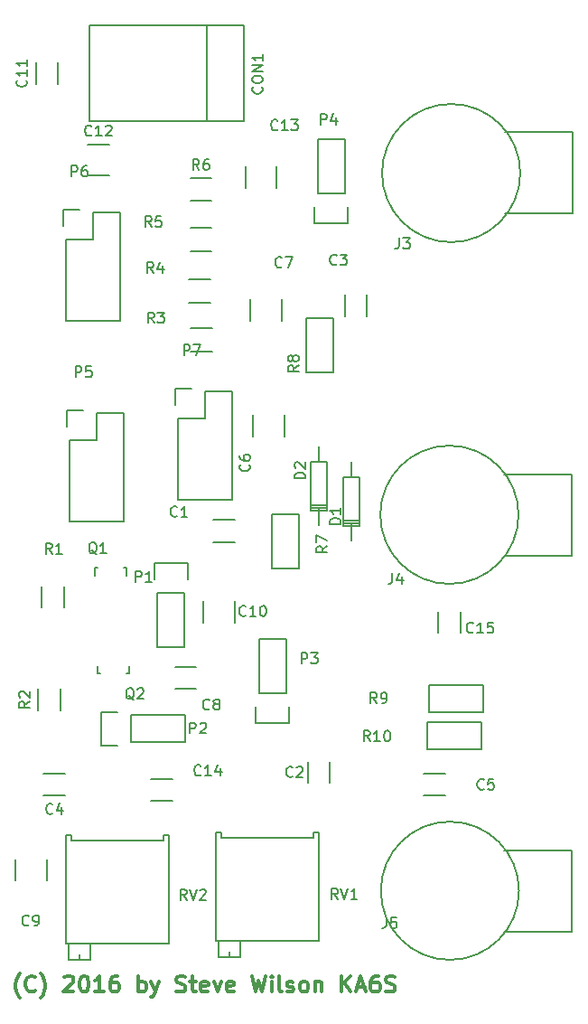
<source format=gbr>
G04 #@! TF.FileFunction,Legend,Top*
%FSLAX46Y46*%
G04 Gerber Fmt 4.6, Leading zero omitted, Abs format (unit mm)*
G04 Created by KiCad (PCBNEW 4.0.1-3.201512221401+6198~38~ubuntu15.10.1-stable) date Sat 12 Nov 2016 04:44:46 AM PST*
%MOMM*%
G01*
G04 APERTURE LIST*
%ADD10C,0.100000*%
%ADD11C,0.300000*%
%ADD12C,0.150000*%
G04 APERTURE END LIST*
D10*
D11*
X105173573Y-173340000D02*
X105102145Y-173268571D01*
X104959288Y-173054286D01*
X104887859Y-172911429D01*
X104816430Y-172697143D01*
X104745002Y-172340000D01*
X104745002Y-172054286D01*
X104816430Y-171697143D01*
X104887859Y-171482857D01*
X104959288Y-171340000D01*
X105102145Y-171125714D01*
X105173573Y-171054286D01*
X106602145Y-172625714D02*
X106530716Y-172697143D01*
X106316430Y-172768571D01*
X106173573Y-172768571D01*
X105959288Y-172697143D01*
X105816430Y-172554286D01*
X105745002Y-172411429D01*
X105673573Y-172125714D01*
X105673573Y-171911429D01*
X105745002Y-171625714D01*
X105816430Y-171482857D01*
X105959288Y-171340000D01*
X106173573Y-171268571D01*
X106316430Y-171268571D01*
X106530716Y-171340000D01*
X106602145Y-171411429D01*
X107102145Y-173340000D02*
X107173573Y-173268571D01*
X107316430Y-173054286D01*
X107387859Y-172911429D01*
X107459288Y-172697143D01*
X107530716Y-172340000D01*
X107530716Y-172054286D01*
X107459288Y-171697143D01*
X107387859Y-171482857D01*
X107316430Y-171340000D01*
X107173573Y-171125714D01*
X107102145Y-171054286D01*
X109316430Y-171411429D02*
X109387859Y-171340000D01*
X109530716Y-171268571D01*
X109887859Y-171268571D01*
X110030716Y-171340000D01*
X110102145Y-171411429D01*
X110173573Y-171554286D01*
X110173573Y-171697143D01*
X110102145Y-171911429D01*
X109245002Y-172768571D01*
X110173573Y-172768571D01*
X111102144Y-171268571D02*
X111245001Y-171268571D01*
X111387858Y-171340000D01*
X111459287Y-171411429D01*
X111530716Y-171554286D01*
X111602144Y-171840000D01*
X111602144Y-172197143D01*
X111530716Y-172482857D01*
X111459287Y-172625714D01*
X111387858Y-172697143D01*
X111245001Y-172768571D01*
X111102144Y-172768571D01*
X110959287Y-172697143D01*
X110887858Y-172625714D01*
X110816430Y-172482857D01*
X110745001Y-172197143D01*
X110745001Y-171840000D01*
X110816430Y-171554286D01*
X110887858Y-171411429D01*
X110959287Y-171340000D01*
X111102144Y-171268571D01*
X113030715Y-172768571D02*
X112173572Y-172768571D01*
X112602144Y-172768571D02*
X112602144Y-171268571D01*
X112459287Y-171482857D01*
X112316429Y-171625714D01*
X112173572Y-171697143D01*
X114316429Y-171268571D02*
X114030715Y-171268571D01*
X113887858Y-171340000D01*
X113816429Y-171411429D01*
X113673572Y-171625714D01*
X113602143Y-171911429D01*
X113602143Y-172482857D01*
X113673572Y-172625714D01*
X113745000Y-172697143D01*
X113887858Y-172768571D01*
X114173572Y-172768571D01*
X114316429Y-172697143D01*
X114387858Y-172625714D01*
X114459286Y-172482857D01*
X114459286Y-172125714D01*
X114387858Y-171982857D01*
X114316429Y-171911429D01*
X114173572Y-171840000D01*
X113887858Y-171840000D01*
X113745000Y-171911429D01*
X113673572Y-171982857D01*
X113602143Y-172125714D01*
X116245000Y-172768571D02*
X116245000Y-171268571D01*
X116245000Y-171840000D02*
X116387857Y-171768571D01*
X116673571Y-171768571D01*
X116816428Y-171840000D01*
X116887857Y-171911429D01*
X116959286Y-172054286D01*
X116959286Y-172482857D01*
X116887857Y-172625714D01*
X116816428Y-172697143D01*
X116673571Y-172768571D01*
X116387857Y-172768571D01*
X116245000Y-172697143D01*
X117459286Y-171768571D02*
X117816429Y-172768571D01*
X118173571Y-171768571D02*
X117816429Y-172768571D01*
X117673571Y-173125714D01*
X117602143Y-173197143D01*
X117459286Y-173268571D01*
X119816428Y-172697143D02*
X120030714Y-172768571D01*
X120387857Y-172768571D01*
X120530714Y-172697143D01*
X120602143Y-172625714D01*
X120673571Y-172482857D01*
X120673571Y-172340000D01*
X120602143Y-172197143D01*
X120530714Y-172125714D01*
X120387857Y-172054286D01*
X120102143Y-171982857D01*
X119959285Y-171911429D01*
X119887857Y-171840000D01*
X119816428Y-171697143D01*
X119816428Y-171554286D01*
X119887857Y-171411429D01*
X119959285Y-171340000D01*
X120102143Y-171268571D01*
X120459285Y-171268571D01*
X120673571Y-171340000D01*
X121102142Y-171768571D02*
X121673571Y-171768571D01*
X121316428Y-171268571D02*
X121316428Y-172554286D01*
X121387856Y-172697143D01*
X121530714Y-172768571D01*
X121673571Y-172768571D01*
X122744999Y-172697143D02*
X122602142Y-172768571D01*
X122316428Y-172768571D01*
X122173571Y-172697143D01*
X122102142Y-172554286D01*
X122102142Y-171982857D01*
X122173571Y-171840000D01*
X122316428Y-171768571D01*
X122602142Y-171768571D01*
X122744999Y-171840000D01*
X122816428Y-171982857D01*
X122816428Y-172125714D01*
X122102142Y-172268571D01*
X123316428Y-171768571D02*
X123673571Y-172768571D01*
X124030713Y-171768571D01*
X125173570Y-172697143D02*
X125030713Y-172768571D01*
X124744999Y-172768571D01*
X124602142Y-172697143D01*
X124530713Y-172554286D01*
X124530713Y-171982857D01*
X124602142Y-171840000D01*
X124744999Y-171768571D01*
X125030713Y-171768571D01*
X125173570Y-171840000D01*
X125244999Y-171982857D01*
X125244999Y-172125714D01*
X124530713Y-172268571D01*
X126887856Y-171268571D02*
X127244999Y-172768571D01*
X127530713Y-171697143D01*
X127816427Y-172768571D01*
X128173570Y-171268571D01*
X128744999Y-172768571D02*
X128744999Y-171768571D01*
X128744999Y-171268571D02*
X128673570Y-171340000D01*
X128744999Y-171411429D01*
X128816427Y-171340000D01*
X128744999Y-171268571D01*
X128744999Y-171411429D01*
X129673571Y-172768571D02*
X129530713Y-172697143D01*
X129459285Y-172554286D01*
X129459285Y-171268571D01*
X130173570Y-172697143D02*
X130316427Y-172768571D01*
X130602142Y-172768571D01*
X130744999Y-172697143D01*
X130816427Y-172554286D01*
X130816427Y-172482857D01*
X130744999Y-172340000D01*
X130602142Y-172268571D01*
X130387856Y-172268571D01*
X130244999Y-172197143D01*
X130173570Y-172054286D01*
X130173570Y-171982857D01*
X130244999Y-171840000D01*
X130387856Y-171768571D01*
X130602142Y-171768571D01*
X130744999Y-171840000D01*
X131673571Y-172768571D02*
X131530713Y-172697143D01*
X131459285Y-172625714D01*
X131387856Y-172482857D01*
X131387856Y-172054286D01*
X131459285Y-171911429D01*
X131530713Y-171840000D01*
X131673571Y-171768571D01*
X131887856Y-171768571D01*
X132030713Y-171840000D01*
X132102142Y-171911429D01*
X132173571Y-172054286D01*
X132173571Y-172482857D01*
X132102142Y-172625714D01*
X132030713Y-172697143D01*
X131887856Y-172768571D01*
X131673571Y-172768571D01*
X132816428Y-171768571D02*
X132816428Y-172768571D01*
X132816428Y-171911429D02*
X132887856Y-171840000D01*
X133030714Y-171768571D01*
X133244999Y-171768571D01*
X133387856Y-171840000D01*
X133459285Y-171982857D01*
X133459285Y-172768571D01*
X135316428Y-172768571D02*
X135316428Y-171268571D01*
X136173571Y-172768571D02*
X135530714Y-171911429D01*
X136173571Y-171268571D02*
X135316428Y-172125714D01*
X136744999Y-172340000D02*
X137459285Y-172340000D01*
X136602142Y-172768571D02*
X137102142Y-171268571D01*
X137602142Y-172768571D01*
X138744999Y-171268571D02*
X138459285Y-171268571D01*
X138316428Y-171340000D01*
X138244999Y-171411429D01*
X138102142Y-171625714D01*
X138030713Y-171911429D01*
X138030713Y-172482857D01*
X138102142Y-172625714D01*
X138173570Y-172697143D01*
X138316428Y-172768571D01*
X138602142Y-172768571D01*
X138744999Y-172697143D01*
X138816428Y-172625714D01*
X138887856Y-172482857D01*
X138887856Y-172125714D01*
X138816428Y-171982857D01*
X138744999Y-171911429D01*
X138602142Y-171840000D01*
X138316428Y-171840000D01*
X138173570Y-171911429D01*
X138102142Y-171982857D01*
X138030713Y-172125714D01*
X139459284Y-172697143D02*
X139673570Y-172768571D01*
X140030713Y-172768571D01*
X140173570Y-172697143D01*
X140244999Y-172625714D01*
X140316427Y-172482857D01*
X140316427Y-172340000D01*
X140244999Y-172197143D01*
X140173570Y-172125714D01*
X140030713Y-172054286D01*
X139744999Y-171982857D01*
X139602141Y-171911429D01*
X139530713Y-171840000D01*
X139459284Y-171697143D01*
X139459284Y-171554286D01*
X139530713Y-171411429D01*
X139602141Y-171340000D01*
X139744999Y-171268571D01*
X140102141Y-171268571D01*
X140316427Y-171340000D01*
D12*
X123270000Y-130620000D02*
X125270000Y-130620000D01*
X125270000Y-128570000D02*
X123270000Y-128570000D01*
X132155000Y-151205000D02*
X132155000Y-153205000D01*
X134205000Y-153205000D02*
X134205000Y-151205000D01*
X135590000Y-107470000D02*
X135590000Y-109470000D01*
X137640000Y-109470000D02*
X137640000Y-107470000D01*
X107385000Y-154385000D02*
X109385000Y-154385000D01*
X109385000Y-152335000D02*
X107385000Y-152335000D01*
X145000000Y-152300000D02*
X143000000Y-152300000D01*
X143000000Y-154350000D02*
X145000000Y-154350000D01*
X122680500Y-91195880D02*
X122680500Y-82194120D01*
X126180620Y-91195880D02*
X126180620Y-82194120D01*
X126180620Y-82194120D02*
X111679760Y-82194120D01*
X111679760Y-82194120D02*
X111679760Y-91195880D01*
X111679760Y-91195880D02*
X126180620Y-91195880D01*
X136250460Y-124549480D02*
X136250460Y-123152480D01*
X136250460Y-128994480D02*
X136250460Y-130518480D01*
X135488460Y-128613480D02*
X137012460Y-128613480D01*
X135488460Y-128867480D02*
X137012460Y-128867480D01*
X136250460Y-129121480D02*
X137012460Y-129121480D01*
X137012460Y-129121480D02*
X137012460Y-124549480D01*
X137012460Y-124549480D02*
X135488460Y-124549480D01*
X135488460Y-124549480D02*
X135488460Y-129121480D01*
X135488460Y-129121480D02*
X136250460Y-129121480D01*
X133165460Y-123109480D02*
X133165460Y-121712480D01*
X133165460Y-127554480D02*
X133165460Y-129078480D01*
X132403460Y-127173480D02*
X133927460Y-127173480D01*
X132403460Y-127427480D02*
X133927460Y-127427480D01*
X133165460Y-127681480D02*
X133927460Y-127681480D01*
X133927460Y-127681480D02*
X133927460Y-123109480D01*
X133927460Y-123109480D02*
X132403460Y-123109480D01*
X132403460Y-123109480D02*
X132403460Y-127681480D01*
X132403460Y-127681480D02*
X133165460Y-127681480D01*
X150650000Y-92250000D02*
X155730000Y-92250000D01*
X155730000Y-92250000D02*
X157000000Y-92250000D01*
X157000000Y-92250000D02*
X157000000Y-99870000D01*
X157000000Y-99870000D02*
X150650000Y-99870000D01*
X152045755Y-96060000D02*
G75*
G03X152045755Y-96060000I-6475755J0D01*
G01*
X150490000Y-124260000D02*
X155570000Y-124260000D01*
X155570000Y-124260000D02*
X156840000Y-124260000D01*
X156840000Y-124260000D02*
X156840000Y-131880000D01*
X156840000Y-131880000D02*
X150490000Y-131880000D01*
X151885755Y-128070000D02*
G75*
G03X151885755Y-128070000I-6475755J0D01*
G01*
X150535000Y-159480000D02*
X155615000Y-159480000D01*
X155615000Y-159480000D02*
X156885000Y-159480000D01*
X156885000Y-159480000D02*
X156885000Y-167100000D01*
X156885000Y-167100000D02*
X150535000Y-167100000D01*
X151930755Y-163290000D02*
G75*
G03X151930755Y-163290000I-6475755J0D01*
G01*
X118055000Y-135430000D02*
X118055000Y-140510000D01*
X118055000Y-140510000D02*
X120595000Y-140510000D01*
X120595000Y-140510000D02*
X120595000Y-135430000D01*
X120875000Y-132610000D02*
X120875000Y-134160000D01*
X120595000Y-135430000D02*
X118055000Y-135430000D01*
X117775000Y-134160000D02*
X117775000Y-132610000D01*
X117775000Y-132610000D02*
X120875000Y-132610000D01*
X115595000Y-149385000D02*
X120675000Y-149385000D01*
X120675000Y-149385000D02*
X120675000Y-146845000D01*
X120675000Y-146845000D02*
X115595000Y-146845000D01*
X112775000Y-146565000D02*
X114325000Y-146565000D01*
X115595000Y-146845000D02*
X115595000Y-149385000D01*
X114325000Y-149665000D02*
X112775000Y-149665000D01*
X112775000Y-149665000D02*
X112775000Y-146565000D01*
X130080000Y-144750000D02*
X130080000Y-139670000D01*
X130080000Y-139670000D02*
X127540000Y-139670000D01*
X127540000Y-139670000D02*
X127540000Y-144750000D01*
X127260000Y-147570000D02*
X127260000Y-146020000D01*
X127540000Y-144750000D02*
X130080000Y-144750000D01*
X130360000Y-146020000D02*
X130360000Y-147570000D01*
X130360000Y-147570000D02*
X127260000Y-147570000D01*
X135595000Y-97970000D02*
X135595000Y-92890000D01*
X135595000Y-92890000D02*
X133055000Y-92890000D01*
X133055000Y-92890000D02*
X133055000Y-97970000D01*
X132775000Y-100790000D02*
X132775000Y-99240000D01*
X133055000Y-97970000D02*
X135595000Y-97970000D01*
X135875000Y-99240000D02*
X135875000Y-100790000D01*
X135875000Y-100790000D02*
X132775000Y-100790000D01*
X109835000Y-121085000D02*
X109835000Y-128705000D01*
X109835000Y-128705000D02*
X114915000Y-128705000D01*
X114915000Y-128705000D02*
X114915000Y-118545000D01*
X114915000Y-118545000D02*
X112375000Y-118545000D01*
X111105000Y-118265000D02*
X109555000Y-118265000D01*
X112375000Y-118545000D02*
X112375000Y-121085000D01*
X112375000Y-121085000D02*
X109835000Y-121085000D01*
X109555000Y-118265000D02*
X109555000Y-119815000D01*
X109455000Y-102300000D02*
X109455000Y-109920000D01*
X109455000Y-109920000D02*
X114535000Y-109920000D01*
X114535000Y-109920000D02*
X114535000Y-99760000D01*
X114535000Y-99760000D02*
X111995000Y-99760000D01*
X110725000Y-99480000D02*
X109175000Y-99480000D01*
X111995000Y-99760000D02*
X111995000Y-102300000D01*
X111995000Y-102300000D02*
X109455000Y-102300000D01*
X109175000Y-99480000D02*
X109175000Y-101030000D01*
X119990000Y-119055000D02*
X119990000Y-126675000D01*
X119990000Y-126675000D02*
X125070000Y-126675000D01*
X125070000Y-126675000D02*
X125070000Y-116515000D01*
X125070000Y-116515000D02*
X122530000Y-116515000D01*
X121260000Y-116235000D02*
X119710000Y-116235000D01*
X122530000Y-116515000D02*
X122530000Y-119055000D01*
X122530000Y-119055000D02*
X119990000Y-119055000D01*
X119710000Y-116235000D02*
X119710000Y-117785000D01*
X114943160Y-133039760D02*
X114894900Y-133039760D01*
X112144180Y-133740800D02*
X112144180Y-133039760D01*
X112144180Y-133039760D02*
X112393100Y-133039760D01*
X114943160Y-133039760D02*
X115143820Y-133039760D01*
X115143820Y-133039760D02*
X115143820Y-133740800D01*
X112600840Y-142906240D02*
X112649100Y-142906240D01*
X115399820Y-142205200D02*
X115399820Y-142906240D01*
X115399820Y-142906240D02*
X115150900Y-142906240D01*
X112600840Y-142906240D02*
X112400180Y-142906240D01*
X112400180Y-142906240D02*
X112400180Y-142205200D01*
X107180000Y-136780000D02*
X107180000Y-134780000D01*
X109330000Y-134780000D02*
X109330000Y-136780000D01*
X108995000Y-144385000D02*
X108995000Y-146385000D01*
X106845000Y-146385000D02*
X106845000Y-144385000D01*
X123180000Y-112770000D02*
X121180000Y-112770000D01*
X121180000Y-110620000D02*
X123180000Y-110620000D01*
X122990000Y-108200000D02*
X120990000Y-108200000D01*
X120990000Y-106050000D02*
X122990000Y-106050000D01*
X123115000Y-103375000D02*
X121115000Y-103375000D01*
X121115000Y-101225000D02*
X123115000Y-101225000D01*
X123115000Y-98680000D02*
X121115000Y-98680000D01*
X121115000Y-96530000D02*
X123115000Y-96530000D01*
X131265000Y-128055000D02*
X131265000Y-133135000D01*
X131265000Y-133135000D02*
X128725000Y-133135000D01*
X128725000Y-133135000D02*
X128725000Y-128055000D01*
X128725000Y-128055000D02*
X131265000Y-128055000D01*
X131945000Y-114690000D02*
X131945000Y-109610000D01*
X131945000Y-109610000D02*
X134485000Y-109610000D01*
X134485000Y-109610000D02*
X134485000Y-114690000D01*
X134485000Y-114690000D02*
X131945000Y-114690000D01*
X143520000Y-143985000D02*
X148600000Y-143985000D01*
X148600000Y-143985000D02*
X148600000Y-146525000D01*
X148600000Y-146525000D02*
X143520000Y-146525000D01*
X143520000Y-146525000D02*
X143520000Y-143985000D01*
X143325000Y-147490000D02*
X148405000Y-147490000D01*
X148405000Y-147490000D02*
X148405000Y-150030000D01*
X148405000Y-150030000D02*
X143325000Y-150030000D01*
X143325000Y-150030000D02*
X143325000Y-147490000D01*
X124809000Y-169520000D02*
X124809000Y-169012000D01*
X125825000Y-169520000D02*
X123793000Y-169520000D01*
X125825000Y-167996000D02*
X125825000Y-169520000D01*
X123793000Y-167996000D02*
X123793000Y-169520000D01*
X123539000Y-157836000D02*
X123539000Y-167996000D01*
X133191000Y-167996000D02*
X133191000Y-157836000D01*
X133191000Y-157836000D02*
X132683000Y-157836000D01*
X132683000Y-157836000D02*
X132683000Y-158344000D01*
X132683000Y-158344000D02*
X124047000Y-158344000D01*
X124047000Y-158344000D02*
X124047000Y-157836000D01*
X124047000Y-157836000D02*
X123539000Y-157836000D01*
X133191000Y-167996000D02*
X123539000Y-167996000D01*
X110749000Y-169785000D02*
X110749000Y-169277000D01*
X111765000Y-169785000D02*
X109733000Y-169785000D01*
X111765000Y-168261000D02*
X111765000Y-169785000D01*
X109733000Y-168261000D02*
X109733000Y-169785000D01*
X109479000Y-158101000D02*
X109479000Y-168261000D01*
X119131000Y-168261000D02*
X119131000Y-158101000D01*
X119131000Y-158101000D02*
X118623000Y-158101000D01*
X118623000Y-158101000D02*
X118623000Y-158609000D01*
X118623000Y-158609000D02*
X109987000Y-158609000D01*
X109987000Y-158609000D02*
X109987000Y-158101000D01*
X109987000Y-158101000D02*
X109479000Y-158101000D01*
X119131000Y-168261000D02*
X109479000Y-168261000D01*
X146435000Y-139135000D02*
X146435000Y-137135000D01*
X144385000Y-137135000D02*
X144385000Y-139135000D01*
X127015000Y-118735000D02*
X127015000Y-120735000D01*
X129965000Y-120735000D02*
X129965000Y-118735000D01*
X126720000Y-107875000D02*
X126720000Y-109875000D01*
X129670000Y-109875000D02*
X129670000Y-107875000D01*
X121675000Y-142330000D02*
X119675000Y-142330000D01*
X119675000Y-144380000D02*
X121675000Y-144380000D01*
X104705000Y-160350000D02*
X104705000Y-162350000D01*
X107655000Y-162350000D02*
X107655000Y-160350000D01*
X122355000Y-136160000D02*
X122355000Y-138160000D01*
X125305000Y-138160000D02*
X125305000Y-136160000D01*
X106640000Y-85715000D02*
X106640000Y-87715000D01*
X108690000Y-87715000D02*
X108690000Y-85715000D01*
X113510000Y-93355000D02*
X111510000Y-93355000D01*
X111510000Y-96305000D02*
X113510000Y-96305000D01*
X126275000Y-95465000D02*
X126275000Y-97465000D01*
X129225000Y-97465000D02*
X129225000Y-95465000D01*
X119415000Y-152800000D02*
X117415000Y-152800000D01*
X117415000Y-154850000D02*
X119415000Y-154850000D01*
X119893334Y-128177143D02*
X119845715Y-128224762D01*
X119702858Y-128272381D01*
X119607620Y-128272381D01*
X119464762Y-128224762D01*
X119369524Y-128129524D01*
X119321905Y-128034286D01*
X119274286Y-127843810D01*
X119274286Y-127700952D01*
X119321905Y-127510476D01*
X119369524Y-127415238D01*
X119464762Y-127320000D01*
X119607620Y-127272381D01*
X119702858Y-127272381D01*
X119845715Y-127320000D01*
X119893334Y-127367619D01*
X120845715Y-128272381D02*
X120274286Y-128272381D01*
X120560000Y-128272381D02*
X120560000Y-127272381D01*
X120464762Y-127415238D01*
X120369524Y-127510476D01*
X120274286Y-127558095D01*
X130713334Y-152562143D02*
X130665715Y-152609762D01*
X130522858Y-152657381D01*
X130427620Y-152657381D01*
X130284762Y-152609762D01*
X130189524Y-152514524D01*
X130141905Y-152419286D01*
X130094286Y-152228810D01*
X130094286Y-152085952D01*
X130141905Y-151895476D01*
X130189524Y-151800238D01*
X130284762Y-151705000D01*
X130427620Y-151657381D01*
X130522858Y-151657381D01*
X130665715Y-151705000D01*
X130713334Y-151752619D01*
X131094286Y-151752619D02*
X131141905Y-151705000D01*
X131237143Y-151657381D01*
X131475239Y-151657381D01*
X131570477Y-151705000D01*
X131618096Y-151752619D01*
X131665715Y-151847857D01*
X131665715Y-151943095D01*
X131618096Y-152085952D01*
X131046667Y-152657381D01*
X131665715Y-152657381D01*
X134838334Y-104597143D02*
X134790715Y-104644762D01*
X134647858Y-104692381D01*
X134552620Y-104692381D01*
X134409762Y-104644762D01*
X134314524Y-104549524D01*
X134266905Y-104454286D01*
X134219286Y-104263810D01*
X134219286Y-104120952D01*
X134266905Y-103930476D01*
X134314524Y-103835238D01*
X134409762Y-103740000D01*
X134552620Y-103692381D01*
X134647858Y-103692381D01*
X134790715Y-103740000D01*
X134838334Y-103787619D01*
X135171667Y-103692381D02*
X135790715Y-103692381D01*
X135457381Y-104073333D01*
X135600239Y-104073333D01*
X135695477Y-104120952D01*
X135743096Y-104168571D01*
X135790715Y-104263810D01*
X135790715Y-104501905D01*
X135743096Y-104597143D01*
X135695477Y-104644762D01*
X135600239Y-104692381D01*
X135314524Y-104692381D01*
X135219286Y-104644762D01*
X135171667Y-104597143D01*
X108218334Y-156017143D02*
X108170715Y-156064762D01*
X108027858Y-156112381D01*
X107932620Y-156112381D01*
X107789762Y-156064762D01*
X107694524Y-155969524D01*
X107646905Y-155874286D01*
X107599286Y-155683810D01*
X107599286Y-155540952D01*
X107646905Y-155350476D01*
X107694524Y-155255238D01*
X107789762Y-155160000D01*
X107932620Y-155112381D01*
X108027858Y-155112381D01*
X108170715Y-155160000D01*
X108218334Y-155207619D01*
X109075477Y-155445714D02*
X109075477Y-156112381D01*
X108837381Y-155064762D02*
X108599286Y-155779048D01*
X109218334Y-155779048D01*
X148643334Y-153727143D02*
X148595715Y-153774762D01*
X148452858Y-153822381D01*
X148357620Y-153822381D01*
X148214762Y-153774762D01*
X148119524Y-153679524D01*
X148071905Y-153584286D01*
X148024286Y-153393810D01*
X148024286Y-153250952D01*
X148071905Y-153060476D01*
X148119524Y-152965238D01*
X148214762Y-152870000D01*
X148357620Y-152822381D01*
X148452858Y-152822381D01*
X148595715Y-152870000D01*
X148643334Y-152917619D01*
X149548096Y-152822381D02*
X149071905Y-152822381D01*
X149024286Y-153298571D01*
X149071905Y-153250952D01*
X149167143Y-153203333D01*
X149405239Y-153203333D01*
X149500477Y-153250952D01*
X149548096Y-153298571D01*
X149595715Y-153393810D01*
X149595715Y-153631905D01*
X149548096Y-153727143D01*
X149500477Y-153774762D01*
X149405239Y-153822381D01*
X149167143Y-153822381D01*
X149071905Y-153774762D01*
X149024286Y-153727143D01*
X127827143Y-87994285D02*
X127874762Y-88041904D01*
X127922381Y-88184761D01*
X127922381Y-88279999D01*
X127874762Y-88422857D01*
X127779524Y-88518095D01*
X127684286Y-88565714D01*
X127493810Y-88613333D01*
X127350952Y-88613333D01*
X127160476Y-88565714D01*
X127065238Y-88518095D01*
X126970000Y-88422857D01*
X126922381Y-88279999D01*
X126922381Y-88184761D01*
X126970000Y-88041904D01*
X127017619Y-87994285D01*
X126922381Y-87375238D02*
X126922381Y-87184761D01*
X126970000Y-87089523D01*
X127065238Y-86994285D01*
X127255714Y-86946666D01*
X127589048Y-86946666D01*
X127779524Y-86994285D01*
X127874762Y-87089523D01*
X127922381Y-87184761D01*
X127922381Y-87375238D01*
X127874762Y-87470476D01*
X127779524Y-87565714D01*
X127589048Y-87613333D01*
X127255714Y-87613333D01*
X127065238Y-87565714D01*
X126970000Y-87470476D01*
X126922381Y-87375238D01*
X127922381Y-86518095D02*
X126922381Y-86518095D01*
X127922381Y-85946666D01*
X126922381Y-85946666D01*
X127922381Y-84946666D02*
X127922381Y-85518095D01*
X127922381Y-85232381D02*
X126922381Y-85232381D01*
X127065238Y-85327619D01*
X127160476Y-85422857D01*
X127208095Y-85518095D01*
X135207381Y-128943095D02*
X134207381Y-128943095D01*
X134207381Y-128705000D01*
X134255000Y-128562142D01*
X134350238Y-128466904D01*
X134445476Y-128419285D01*
X134635952Y-128371666D01*
X134778810Y-128371666D01*
X134969286Y-128419285D01*
X135064524Y-128466904D01*
X135159762Y-128562142D01*
X135207381Y-128705000D01*
X135207381Y-128943095D01*
X135207381Y-127419285D02*
X135207381Y-127990714D01*
X135207381Y-127705000D02*
X134207381Y-127705000D01*
X134350238Y-127800238D01*
X134445476Y-127895476D01*
X134493095Y-127990714D01*
X131882381Y-124658095D02*
X130882381Y-124658095D01*
X130882381Y-124420000D01*
X130930000Y-124277142D01*
X131025238Y-124181904D01*
X131120476Y-124134285D01*
X131310952Y-124086666D01*
X131453810Y-124086666D01*
X131644286Y-124134285D01*
X131739524Y-124181904D01*
X131834762Y-124277142D01*
X131882381Y-124420000D01*
X131882381Y-124658095D01*
X130977619Y-123705714D02*
X130930000Y-123658095D01*
X130882381Y-123562857D01*
X130882381Y-123324761D01*
X130930000Y-123229523D01*
X130977619Y-123181904D01*
X131072857Y-123134285D01*
X131168095Y-123134285D01*
X131310952Y-123181904D01*
X131882381Y-123753333D01*
X131882381Y-123134285D01*
X140701667Y-102152381D02*
X140701667Y-102866667D01*
X140654047Y-103009524D01*
X140558809Y-103104762D01*
X140415952Y-103152381D01*
X140320714Y-103152381D01*
X141082619Y-102152381D02*
X141701667Y-102152381D01*
X141368333Y-102533333D01*
X141511191Y-102533333D01*
X141606429Y-102580952D01*
X141654048Y-102628571D01*
X141701667Y-102723810D01*
X141701667Y-102961905D01*
X141654048Y-103057143D01*
X141606429Y-103104762D01*
X141511191Y-103152381D01*
X141225476Y-103152381D01*
X141130238Y-103104762D01*
X141082619Y-103057143D01*
X140041667Y-133552381D02*
X140041667Y-134266667D01*
X139994047Y-134409524D01*
X139898809Y-134504762D01*
X139755952Y-134552381D01*
X139660714Y-134552381D01*
X140946429Y-133885714D02*
X140946429Y-134552381D01*
X140708333Y-133504762D02*
X140470238Y-134219048D01*
X141089286Y-134219048D01*
X139491667Y-165802381D02*
X139491667Y-166516667D01*
X139444047Y-166659524D01*
X139348809Y-166754762D01*
X139205952Y-166802381D01*
X139110714Y-166802381D01*
X140444048Y-165802381D02*
X139967857Y-165802381D01*
X139920238Y-166278571D01*
X139967857Y-166230952D01*
X140063095Y-166183333D01*
X140301191Y-166183333D01*
X140396429Y-166230952D01*
X140444048Y-166278571D01*
X140491667Y-166373810D01*
X140491667Y-166611905D01*
X140444048Y-166707143D01*
X140396429Y-166754762D01*
X140301191Y-166802381D01*
X140063095Y-166802381D01*
X139967857Y-166754762D01*
X139920238Y-166707143D01*
X115996905Y-134357381D02*
X115996905Y-133357381D01*
X116377858Y-133357381D01*
X116473096Y-133405000D01*
X116520715Y-133452619D01*
X116568334Y-133547857D01*
X116568334Y-133690714D01*
X116520715Y-133785952D01*
X116473096Y-133833571D01*
X116377858Y-133881190D01*
X115996905Y-133881190D01*
X117520715Y-134357381D02*
X116949286Y-134357381D01*
X117235000Y-134357381D02*
X117235000Y-133357381D01*
X117139762Y-133500238D01*
X117044524Y-133595476D01*
X116949286Y-133643095D01*
X121086905Y-148542381D02*
X121086905Y-147542381D01*
X121467858Y-147542381D01*
X121563096Y-147590000D01*
X121610715Y-147637619D01*
X121658334Y-147732857D01*
X121658334Y-147875714D01*
X121610715Y-147970952D01*
X121563096Y-148018571D01*
X121467858Y-148066190D01*
X121086905Y-148066190D01*
X122039286Y-147637619D02*
X122086905Y-147590000D01*
X122182143Y-147542381D01*
X122420239Y-147542381D01*
X122515477Y-147590000D01*
X122563096Y-147637619D01*
X122610715Y-147732857D01*
X122610715Y-147828095D01*
X122563096Y-147970952D01*
X121991667Y-148542381D01*
X122610715Y-148542381D01*
X131521905Y-142017381D02*
X131521905Y-141017381D01*
X131902858Y-141017381D01*
X131998096Y-141065000D01*
X132045715Y-141112619D01*
X132093334Y-141207857D01*
X132093334Y-141350714D01*
X132045715Y-141445952D01*
X131998096Y-141493571D01*
X131902858Y-141541190D01*
X131521905Y-141541190D01*
X132426667Y-141017381D02*
X133045715Y-141017381D01*
X132712381Y-141398333D01*
X132855239Y-141398333D01*
X132950477Y-141445952D01*
X132998096Y-141493571D01*
X133045715Y-141588810D01*
X133045715Y-141826905D01*
X132998096Y-141922143D01*
X132950477Y-141969762D01*
X132855239Y-142017381D01*
X132569524Y-142017381D01*
X132474286Y-141969762D01*
X132426667Y-141922143D01*
X133336905Y-91512381D02*
X133336905Y-90512381D01*
X133717858Y-90512381D01*
X133813096Y-90560000D01*
X133860715Y-90607619D01*
X133908334Y-90702857D01*
X133908334Y-90845714D01*
X133860715Y-90940952D01*
X133813096Y-90988571D01*
X133717858Y-91036190D01*
X133336905Y-91036190D01*
X134765477Y-90845714D02*
X134765477Y-91512381D01*
X134527381Y-90464762D02*
X134289286Y-91179048D01*
X134908334Y-91179048D01*
X110366905Y-115167381D02*
X110366905Y-114167381D01*
X110747858Y-114167381D01*
X110843096Y-114215000D01*
X110890715Y-114262619D01*
X110938334Y-114357857D01*
X110938334Y-114500714D01*
X110890715Y-114595952D01*
X110843096Y-114643571D01*
X110747858Y-114691190D01*
X110366905Y-114691190D01*
X111843096Y-114167381D02*
X111366905Y-114167381D01*
X111319286Y-114643571D01*
X111366905Y-114595952D01*
X111462143Y-114548333D01*
X111700239Y-114548333D01*
X111795477Y-114595952D01*
X111843096Y-114643571D01*
X111890715Y-114738810D01*
X111890715Y-114976905D01*
X111843096Y-115072143D01*
X111795477Y-115119762D01*
X111700239Y-115167381D01*
X111462143Y-115167381D01*
X111366905Y-115119762D01*
X111319286Y-115072143D01*
X109986905Y-96382381D02*
X109986905Y-95382381D01*
X110367858Y-95382381D01*
X110463096Y-95430000D01*
X110510715Y-95477619D01*
X110558334Y-95572857D01*
X110558334Y-95715714D01*
X110510715Y-95810952D01*
X110463096Y-95858571D01*
X110367858Y-95906190D01*
X109986905Y-95906190D01*
X111415477Y-95382381D02*
X111225000Y-95382381D01*
X111129762Y-95430000D01*
X111082143Y-95477619D01*
X110986905Y-95620476D01*
X110939286Y-95810952D01*
X110939286Y-96191905D01*
X110986905Y-96287143D01*
X111034524Y-96334762D01*
X111129762Y-96382381D01*
X111320239Y-96382381D01*
X111415477Y-96334762D01*
X111463096Y-96287143D01*
X111510715Y-96191905D01*
X111510715Y-95953810D01*
X111463096Y-95858571D01*
X111415477Y-95810952D01*
X111320239Y-95763333D01*
X111129762Y-95763333D01*
X111034524Y-95810952D01*
X110986905Y-95858571D01*
X110939286Y-95953810D01*
X120521905Y-113137381D02*
X120521905Y-112137381D01*
X120902858Y-112137381D01*
X120998096Y-112185000D01*
X121045715Y-112232619D01*
X121093334Y-112327857D01*
X121093334Y-112470714D01*
X121045715Y-112565952D01*
X120998096Y-112613571D01*
X120902858Y-112661190D01*
X120521905Y-112661190D01*
X121426667Y-112137381D02*
X122093334Y-112137381D01*
X121664762Y-113137381D01*
X112354762Y-131772619D02*
X112259524Y-131725000D01*
X112164286Y-131629762D01*
X112021429Y-131486905D01*
X111926190Y-131439286D01*
X111830952Y-131439286D01*
X111878571Y-131677381D02*
X111783333Y-131629762D01*
X111688095Y-131534524D01*
X111640476Y-131344048D01*
X111640476Y-131010714D01*
X111688095Y-130820238D01*
X111783333Y-130725000D01*
X111878571Y-130677381D01*
X112069048Y-130677381D01*
X112164286Y-130725000D01*
X112259524Y-130820238D01*
X112307143Y-131010714D01*
X112307143Y-131344048D01*
X112259524Y-131534524D01*
X112164286Y-131629762D01*
X112069048Y-131677381D01*
X111878571Y-131677381D01*
X113259524Y-131677381D02*
X112688095Y-131677381D01*
X112973809Y-131677381D02*
X112973809Y-130677381D01*
X112878571Y-130820238D01*
X112783333Y-130915476D01*
X112688095Y-130963095D01*
X115834762Y-145412619D02*
X115739524Y-145365000D01*
X115644286Y-145269762D01*
X115501429Y-145126905D01*
X115406190Y-145079286D01*
X115310952Y-145079286D01*
X115358571Y-145317381D02*
X115263333Y-145269762D01*
X115168095Y-145174524D01*
X115120476Y-144984048D01*
X115120476Y-144650714D01*
X115168095Y-144460238D01*
X115263333Y-144365000D01*
X115358571Y-144317381D01*
X115549048Y-144317381D01*
X115644286Y-144365000D01*
X115739524Y-144460238D01*
X115787143Y-144650714D01*
X115787143Y-144984048D01*
X115739524Y-145174524D01*
X115644286Y-145269762D01*
X115549048Y-145317381D01*
X115358571Y-145317381D01*
X116168095Y-144412619D02*
X116215714Y-144365000D01*
X116310952Y-144317381D01*
X116549048Y-144317381D01*
X116644286Y-144365000D01*
X116691905Y-144412619D01*
X116739524Y-144507857D01*
X116739524Y-144603095D01*
X116691905Y-144745952D01*
X116120476Y-145317381D01*
X116739524Y-145317381D01*
X108153334Y-131727381D02*
X107820000Y-131251190D01*
X107581905Y-131727381D02*
X107581905Y-130727381D01*
X107962858Y-130727381D01*
X108058096Y-130775000D01*
X108105715Y-130822619D01*
X108153334Y-130917857D01*
X108153334Y-131060714D01*
X108105715Y-131155952D01*
X108058096Y-131203571D01*
X107962858Y-131251190D01*
X107581905Y-131251190D01*
X109105715Y-131727381D02*
X108534286Y-131727381D01*
X108820000Y-131727381D02*
X108820000Y-130727381D01*
X108724762Y-130870238D01*
X108629524Y-130965476D01*
X108534286Y-131013095D01*
X106072381Y-145551666D02*
X105596190Y-145885000D01*
X106072381Y-146123095D02*
X105072381Y-146123095D01*
X105072381Y-145742142D01*
X105120000Y-145646904D01*
X105167619Y-145599285D01*
X105262857Y-145551666D01*
X105405714Y-145551666D01*
X105500952Y-145599285D01*
X105548571Y-145646904D01*
X105596190Y-145742142D01*
X105596190Y-146123095D01*
X105167619Y-145170714D02*
X105120000Y-145123095D01*
X105072381Y-145027857D01*
X105072381Y-144789761D01*
X105120000Y-144694523D01*
X105167619Y-144646904D01*
X105262857Y-144599285D01*
X105358095Y-144599285D01*
X105500952Y-144646904D01*
X106072381Y-145218333D01*
X106072381Y-144599285D01*
X117718334Y-110112381D02*
X117385000Y-109636190D01*
X117146905Y-110112381D02*
X117146905Y-109112381D01*
X117527858Y-109112381D01*
X117623096Y-109160000D01*
X117670715Y-109207619D01*
X117718334Y-109302857D01*
X117718334Y-109445714D01*
X117670715Y-109540952D01*
X117623096Y-109588571D01*
X117527858Y-109636190D01*
X117146905Y-109636190D01*
X118051667Y-109112381D02*
X118670715Y-109112381D01*
X118337381Y-109493333D01*
X118480239Y-109493333D01*
X118575477Y-109540952D01*
X118623096Y-109588571D01*
X118670715Y-109683810D01*
X118670715Y-109921905D01*
X118623096Y-110017143D01*
X118575477Y-110064762D01*
X118480239Y-110112381D01*
X118194524Y-110112381D01*
X118099286Y-110064762D01*
X118051667Y-110017143D01*
X117673334Y-105427381D02*
X117340000Y-104951190D01*
X117101905Y-105427381D02*
X117101905Y-104427381D01*
X117482858Y-104427381D01*
X117578096Y-104475000D01*
X117625715Y-104522619D01*
X117673334Y-104617857D01*
X117673334Y-104760714D01*
X117625715Y-104855952D01*
X117578096Y-104903571D01*
X117482858Y-104951190D01*
X117101905Y-104951190D01*
X118530477Y-104760714D02*
X118530477Y-105427381D01*
X118292381Y-104379762D02*
X118054286Y-105094048D01*
X118673334Y-105094048D01*
X117488334Y-101107381D02*
X117155000Y-100631190D01*
X116916905Y-101107381D02*
X116916905Y-100107381D01*
X117297858Y-100107381D01*
X117393096Y-100155000D01*
X117440715Y-100202619D01*
X117488334Y-100297857D01*
X117488334Y-100440714D01*
X117440715Y-100535952D01*
X117393096Y-100583571D01*
X117297858Y-100631190D01*
X116916905Y-100631190D01*
X118393096Y-100107381D02*
X117916905Y-100107381D01*
X117869286Y-100583571D01*
X117916905Y-100535952D01*
X118012143Y-100488333D01*
X118250239Y-100488333D01*
X118345477Y-100535952D01*
X118393096Y-100583571D01*
X118440715Y-100678810D01*
X118440715Y-100916905D01*
X118393096Y-101012143D01*
X118345477Y-101059762D01*
X118250239Y-101107381D01*
X118012143Y-101107381D01*
X117916905Y-101059762D01*
X117869286Y-101012143D01*
X121948334Y-95757381D02*
X121615000Y-95281190D01*
X121376905Y-95757381D02*
X121376905Y-94757381D01*
X121757858Y-94757381D01*
X121853096Y-94805000D01*
X121900715Y-94852619D01*
X121948334Y-94947857D01*
X121948334Y-95090714D01*
X121900715Y-95185952D01*
X121853096Y-95233571D01*
X121757858Y-95281190D01*
X121376905Y-95281190D01*
X122805477Y-94757381D02*
X122615000Y-94757381D01*
X122519762Y-94805000D01*
X122472143Y-94852619D01*
X122376905Y-94995476D01*
X122329286Y-95185952D01*
X122329286Y-95566905D01*
X122376905Y-95662143D01*
X122424524Y-95709762D01*
X122519762Y-95757381D01*
X122710239Y-95757381D01*
X122805477Y-95709762D01*
X122853096Y-95662143D01*
X122900715Y-95566905D01*
X122900715Y-95328810D01*
X122853096Y-95233571D01*
X122805477Y-95185952D01*
X122710239Y-95138333D01*
X122519762Y-95138333D01*
X122424524Y-95185952D01*
X122376905Y-95233571D01*
X122329286Y-95328810D01*
X133947501Y-131010586D02*
X133471310Y-131343920D01*
X133947501Y-131582015D02*
X132947501Y-131582015D01*
X132947501Y-131201062D01*
X132995120Y-131105824D01*
X133042739Y-131058205D01*
X133137977Y-131010586D01*
X133280834Y-131010586D01*
X133376072Y-131058205D01*
X133423691Y-131105824D01*
X133471310Y-131201062D01*
X133471310Y-131582015D01*
X132947501Y-130677253D02*
X132947501Y-130010586D01*
X133947501Y-130439158D01*
X131277381Y-114081666D02*
X130801190Y-114415000D01*
X131277381Y-114653095D02*
X130277381Y-114653095D01*
X130277381Y-114272142D01*
X130325000Y-114176904D01*
X130372619Y-114129285D01*
X130467857Y-114081666D01*
X130610714Y-114081666D01*
X130705952Y-114129285D01*
X130753571Y-114176904D01*
X130801190Y-114272142D01*
X130801190Y-114653095D01*
X130705952Y-113510238D02*
X130658333Y-113605476D01*
X130610714Y-113653095D01*
X130515476Y-113700714D01*
X130467857Y-113700714D01*
X130372619Y-113653095D01*
X130325000Y-113605476D01*
X130277381Y-113510238D01*
X130277381Y-113319761D01*
X130325000Y-113224523D01*
X130372619Y-113176904D01*
X130467857Y-113129285D01*
X130515476Y-113129285D01*
X130610714Y-113176904D01*
X130658333Y-113224523D01*
X130705952Y-113319761D01*
X130705952Y-113510238D01*
X130753571Y-113605476D01*
X130801190Y-113653095D01*
X130896429Y-113700714D01*
X131086905Y-113700714D01*
X131182143Y-113653095D01*
X131229762Y-113605476D01*
X131277381Y-113510238D01*
X131277381Y-113319761D01*
X131229762Y-113224523D01*
X131182143Y-113176904D01*
X131086905Y-113129285D01*
X130896429Y-113129285D01*
X130801190Y-113176904D01*
X130753571Y-113224523D01*
X130705952Y-113319761D01*
X138608334Y-145712381D02*
X138275000Y-145236190D01*
X138036905Y-145712381D02*
X138036905Y-144712381D01*
X138417858Y-144712381D01*
X138513096Y-144760000D01*
X138560715Y-144807619D01*
X138608334Y-144902857D01*
X138608334Y-145045714D01*
X138560715Y-145140952D01*
X138513096Y-145188571D01*
X138417858Y-145236190D01*
X138036905Y-145236190D01*
X139084524Y-145712381D02*
X139275000Y-145712381D01*
X139370239Y-145664762D01*
X139417858Y-145617143D01*
X139513096Y-145474286D01*
X139560715Y-145283810D01*
X139560715Y-144902857D01*
X139513096Y-144807619D01*
X139465477Y-144760000D01*
X139370239Y-144712381D01*
X139179762Y-144712381D01*
X139084524Y-144760000D01*
X139036905Y-144807619D01*
X138989286Y-144902857D01*
X138989286Y-145140952D01*
X139036905Y-145236190D01*
X139084524Y-145283810D01*
X139179762Y-145331429D01*
X139370239Y-145331429D01*
X139465477Y-145283810D01*
X139513096Y-145236190D01*
X139560715Y-145140952D01*
X137962143Y-149282381D02*
X137628809Y-148806190D01*
X137390714Y-149282381D02*
X137390714Y-148282381D01*
X137771667Y-148282381D01*
X137866905Y-148330000D01*
X137914524Y-148377619D01*
X137962143Y-148472857D01*
X137962143Y-148615714D01*
X137914524Y-148710952D01*
X137866905Y-148758571D01*
X137771667Y-148806190D01*
X137390714Y-148806190D01*
X138914524Y-149282381D02*
X138343095Y-149282381D01*
X138628809Y-149282381D02*
X138628809Y-148282381D01*
X138533571Y-148425238D01*
X138438333Y-148520476D01*
X138343095Y-148568095D01*
X139533571Y-148282381D02*
X139628810Y-148282381D01*
X139724048Y-148330000D01*
X139771667Y-148377619D01*
X139819286Y-148472857D01*
X139866905Y-148663333D01*
X139866905Y-148901429D01*
X139819286Y-149091905D01*
X139771667Y-149187143D01*
X139724048Y-149234762D01*
X139628810Y-149282381D01*
X139533571Y-149282381D01*
X139438333Y-149234762D01*
X139390714Y-149187143D01*
X139343095Y-149091905D01*
X139295476Y-148901429D01*
X139295476Y-148663333D01*
X139343095Y-148472857D01*
X139390714Y-148377619D01*
X139438333Y-148330000D01*
X139533571Y-148282381D01*
X134954762Y-164082381D02*
X134621428Y-163606190D01*
X134383333Y-164082381D02*
X134383333Y-163082381D01*
X134764286Y-163082381D01*
X134859524Y-163130000D01*
X134907143Y-163177619D01*
X134954762Y-163272857D01*
X134954762Y-163415714D01*
X134907143Y-163510952D01*
X134859524Y-163558571D01*
X134764286Y-163606190D01*
X134383333Y-163606190D01*
X135240476Y-163082381D02*
X135573809Y-164082381D01*
X135907143Y-163082381D01*
X136764286Y-164082381D02*
X136192857Y-164082381D01*
X136478571Y-164082381D02*
X136478571Y-163082381D01*
X136383333Y-163225238D01*
X136288095Y-163320476D01*
X136192857Y-163368095D01*
X120774762Y-164162381D02*
X120441428Y-163686190D01*
X120203333Y-164162381D02*
X120203333Y-163162381D01*
X120584286Y-163162381D01*
X120679524Y-163210000D01*
X120727143Y-163257619D01*
X120774762Y-163352857D01*
X120774762Y-163495714D01*
X120727143Y-163590952D01*
X120679524Y-163638571D01*
X120584286Y-163686190D01*
X120203333Y-163686190D01*
X121060476Y-163162381D02*
X121393809Y-164162381D01*
X121727143Y-163162381D01*
X122012857Y-163257619D02*
X122060476Y-163210000D01*
X122155714Y-163162381D01*
X122393810Y-163162381D01*
X122489048Y-163210000D01*
X122536667Y-163257619D01*
X122584286Y-163352857D01*
X122584286Y-163448095D01*
X122536667Y-163590952D01*
X121965238Y-164162381D01*
X122584286Y-164162381D01*
X147642143Y-139047143D02*
X147594524Y-139094762D01*
X147451667Y-139142381D01*
X147356429Y-139142381D01*
X147213571Y-139094762D01*
X147118333Y-138999524D01*
X147070714Y-138904286D01*
X147023095Y-138713810D01*
X147023095Y-138570952D01*
X147070714Y-138380476D01*
X147118333Y-138285238D01*
X147213571Y-138190000D01*
X147356429Y-138142381D01*
X147451667Y-138142381D01*
X147594524Y-138190000D01*
X147642143Y-138237619D01*
X148594524Y-139142381D02*
X148023095Y-139142381D01*
X148308809Y-139142381D02*
X148308809Y-138142381D01*
X148213571Y-138285238D01*
X148118333Y-138380476D01*
X148023095Y-138428095D01*
X149499286Y-138142381D02*
X149023095Y-138142381D01*
X148975476Y-138618571D01*
X149023095Y-138570952D01*
X149118333Y-138523333D01*
X149356429Y-138523333D01*
X149451667Y-138570952D01*
X149499286Y-138618571D01*
X149546905Y-138713810D01*
X149546905Y-138951905D01*
X149499286Y-139047143D01*
X149451667Y-139094762D01*
X149356429Y-139142381D01*
X149118333Y-139142381D01*
X149023095Y-139094762D01*
X148975476Y-139047143D01*
X126642143Y-123381666D02*
X126689762Y-123429285D01*
X126737381Y-123572142D01*
X126737381Y-123667380D01*
X126689762Y-123810238D01*
X126594524Y-123905476D01*
X126499286Y-123953095D01*
X126308810Y-124000714D01*
X126165952Y-124000714D01*
X125975476Y-123953095D01*
X125880238Y-123905476D01*
X125785000Y-123810238D01*
X125737381Y-123667380D01*
X125737381Y-123572142D01*
X125785000Y-123429285D01*
X125832619Y-123381666D01*
X125737381Y-122524523D02*
X125737381Y-122715000D01*
X125785000Y-122810238D01*
X125832619Y-122857857D01*
X125975476Y-122953095D01*
X126165952Y-123000714D01*
X126546905Y-123000714D01*
X126642143Y-122953095D01*
X126689762Y-122905476D01*
X126737381Y-122810238D01*
X126737381Y-122619761D01*
X126689762Y-122524523D01*
X126642143Y-122476904D01*
X126546905Y-122429285D01*
X126308810Y-122429285D01*
X126213571Y-122476904D01*
X126165952Y-122524523D01*
X126118333Y-122619761D01*
X126118333Y-122810238D01*
X126165952Y-122905476D01*
X126213571Y-122953095D01*
X126308810Y-123000714D01*
X129698334Y-104822143D02*
X129650715Y-104869762D01*
X129507858Y-104917381D01*
X129412620Y-104917381D01*
X129269762Y-104869762D01*
X129174524Y-104774524D01*
X129126905Y-104679286D01*
X129079286Y-104488810D01*
X129079286Y-104345952D01*
X129126905Y-104155476D01*
X129174524Y-104060238D01*
X129269762Y-103965000D01*
X129412620Y-103917381D01*
X129507858Y-103917381D01*
X129650715Y-103965000D01*
X129698334Y-104012619D01*
X130031667Y-103917381D02*
X130698334Y-103917381D01*
X130269762Y-104917381D01*
X122918334Y-146257143D02*
X122870715Y-146304762D01*
X122727858Y-146352381D01*
X122632620Y-146352381D01*
X122489762Y-146304762D01*
X122394524Y-146209524D01*
X122346905Y-146114286D01*
X122299286Y-145923810D01*
X122299286Y-145780952D01*
X122346905Y-145590476D01*
X122394524Y-145495238D01*
X122489762Y-145400000D01*
X122632620Y-145352381D01*
X122727858Y-145352381D01*
X122870715Y-145400000D01*
X122918334Y-145447619D01*
X123489762Y-145780952D02*
X123394524Y-145733333D01*
X123346905Y-145685714D01*
X123299286Y-145590476D01*
X123299286Y-145542857D01*
X123346905Y-145447619D01*
X123394524Y-145400000D01*
X123489762Y-145352381D01*
X123680239Y-145352381D01*
X123775477Y-145400000D01*
X123823096Y-145447619D01*
X123870715Y-145542857D01*
X123870715Y-145590476D01*
X123823096Y-145685714D01*
X123775477Y-145733333D01*
X123680239Y-145780952D01*
X123489762Y-145780952D01*
X123394524Y-145828571D01*
X123346905Y-145876190D01*
X123299286Y-145971429D01*
X123299286Y-146161905D01*
X123346905Y-146257143D01*
X123394524Y-146304762D01*
X123489762Y-146352381D01*
X123680239Y-146352381D01*
X123775477Y-146304762D01*
X123823096Y-146257143D01*
X123870715Y-146161905D01*
X123870715Y-145971429D01*
X123823096Y-145876190D01*
X123775477Y-145828571D01*
X123680239Y-145780952D01*
X105983334Y-166487143D02*
X105935715Y-166534762D01*
X105792858Y-166582381D01*
X105697620Y-166582381D01*
X105554762Y-166534762D01*
X105459524Y-166439524D01*
X105411905Y-166344286D01*
X105364286Y-166153810D01*
X105364286Y-166010952D01*
X105411905Y-165820476D01*
X105459524Y-165725238D01*
X105554762Y-165630000D01*
X105697620Y-165582381D01*
X105792858Y-165582381D01*
X105935715Y-165630000D01*
X105983334Y-165677619D01*
X106459524Y-166582381D02*
X106650000Y-166582381D01*
X106745239Y-166534762D01*
X106792858Y-166487143D01*
X106888096Y-166344286D01*
X106935715Y-166153810D01*
X106935715Y-165772857D01*
X106888096Y-165677619D01*
X106840477Y-165630000D01*
X106745239Y-165582381D01*
X106554762Y-165582381D01*
X106459524Y-165630000D01*
X106411905Y-165677619D01*
X106364286Y-165772857D01*
X106364286Y-166010952D01*
X106411905Y-166106190D01*
X106459524Y-166153810D01*
X106554762Y-166201429D01*
X106745239Y-166201429D01*
X106840477Y-166153810D01*
X106888096Y-166106190D01*
X106935715Y-166010952D01*
X126322143Y-137487143D02*
X126274524Y-137534762D01*
X126131667Y-137582381D01*
X126036429Y-137582381D01*
X125893571Y-137534762D01*
X125798333Y-137439524D01*
X125750714Y-137344286D01*
X125703095Y-137153810D01*
X125703095Y-137010952D01*
X125750714Y-136820476D01*
X125798333Y-136725238D01*
X125893571Y-136630000D01*
X126036429Y-136582381D01*
X126131667Y-136582381D01*
X126274524Y-136630000D01*
X126322143Y-136677619D01*
X127274524Y-137582381D02*
X126703095Y-137582381D01*
X126988809Y-137582381D02*
X126988809Y-136582381D01*
X126893571Y-136725238D01*
X126798333Y-136820476D01*
X126703095Y-136868095D01*
X127893571Y-136582381D02*
X127988810Y-136582381D01*
X128084048Y-136630000D01*
X128131667Y-136677619D01*
X128179286Y-136772857D01*
X128226905Y-136963333D01*
X128226905Y-137201429D01*
X128179286Y-137391905D01*
X128131667Y-137487143D01*
X128084048Y-137534762D01*
X127988810Y-137582381D01*
X127893571Y-137582381D01*
X127798333Y-137534762D01*
X127750714Y-137487143D01*
X127703095Y-137391905D01*
X127655476Y-137201429D01*
X127655476Y-136963333D01*
X127703095Y-136772857D01*
X127750714Y-136677619D01*
X127798333Y-136630000D01*
X127893571Y-136582381D01*
X105722143Y-87357857D02*
X105769762Y-87405476D01*
X105817381Y-87548333D01*
X105817381Y-87643571D01*
X105769762Y-87786429D01*
X105674524Y-87881667D01*
X105579286Y-87929286D01*
X105388810Y-87976905D01*
X105245952Y-87976905D01*
X105055476Y-87929286D01*
X104960238Y-87881667D01*
X104865000Y-87786429D01*
X104817381Y-87643571D01*
X104817381Y-87548333D01*
X104865000Y-87405476D01*
X104912619Y-87357857D01*
X105817381Y-86405476D02*
X105817381Y-86976905D01*
X105817381Y-86691191D02*
X104817381Y-86691191D01*
X104960238Y-86786429D01*
X105055476Y-86881667D01*
X105103095Y-86976905D01*
X105817381Y-85453095D02*
X105817381Y-86024524D01*
X105817381Y-85738810D02*
X104817381Y-85738810D01*
X104960238Y-85834048D01*
X105055476Y-85929286D01*
X105103095Y-86024524D01*
X111867143Y-92487143D02*
X111819524Y-92534762D01*
X111676667Y-92582381D01*
X111581429Y-92582381D01*
X111438571Y-92534762D01*
X111343333Y-92439524D01*
X111295714Y-92344286D01*
X111248095Y-92153810D01*
X111248095Y-92010952D01*
X111295714Y-91820476D01*
X111343333Y-91725238D01*
X111438571Y-91630000D01*
X111581429Y-91582381D01*
X111676667Y-91582381D01*
X111819524Y-91630000D01*
X111867143Y-91677619D01*
X112819524Y-92582381D02*
X112248095Y-92582381D01*
X112533809Y-92582381D02*
X112533809Y-91582381D01*
X112438571Y-91725238D01*
X112343333Y-91820476D01*
X112248095Y-91868095D01*
X113200476Y-91677619D02*
X113248095Y-91630000D01*
X113343333Y-91582381D01*
X113581429Y-91582381D01*
X113676667Y-91630000D01*
X113724286Y-91677619D01*
X113771905Y-91772857D01*
X113771905Y-91868095D01*
X113724286Y-92010952D01*
X113152857Y-92582381D01*
X113771905Y-92582381D01*
X129297143Y-91962143D02*
X129249524Y-92009762D01*
X129106667Y-92057381D01*
X129011429Y-92057381D01*
X128868571Y-92009762D01*
X128773333Y-91914524D01*
X128725714Y-91819286D01*
X128678095Y-91628810D01*
X128678095Y-91485952D01*
X128725714Y-91295476D01*
X128773333Y-91200238D01*
X128868571Y-91105000D01*
X129011429Y-91057381D01*
X129106667Y-91057381D01*
X129249524Y-91105000D01*
X129297143Y-91152619D01*
X130249524Y-92057381D02*
X129678095Y-92057381D01*
X129963809Y-92057381D02*
X129963809Y-91057381D01*
X129868571Y-91200238D01*
X129773333Y-91295476D01*
X129678095Y-91343095D01*
X130582857Y-91057381D02*
X131201905Y-91057381D01*
X130868571Y-91438333D01*
X131011429Y-91438333D01*
X131106667Y-91485952D01*
X131154286Y-91533571D01*
X131201905Y-91628810D01*
X131201905Y-91866905D01*
X131154286Y-91962143D01*
X131106667Y-92009762D01*
X131011429Y-92057381D01*
X130725714Y-92057381D01*
X130630476Y-92009762D01*
X130582857Y-91962143D01*
X122117143Y-152417143D02*
X122069524Y-152464762D01*
X121926667Y-152512381D01*
X121831429Y-152512381D01*
X121688571Y-152464762D01*
X121593333Y-152369524D01*
X121545714Y-152274286D01*
X121498095Y-152083810D01*
X121498095Y-151940952D01*
X121545714Y-151750476D01*
X121593333Y-151655238D01*
X121688571Y-151560000D01*
X121831429Y-151512381D01*
X121926667Y-151512381D01*
X122069524Y-151560000D01*
X122117143Y-151607619D01*
X123069524Y-152512381D02*
X122498095Y-152512381D01*
X122783809Y-152512381D02*
X122783809Y-151512381D01*
X122688571Y-151655238D01*
X122593333Y-151750476D01*
X122498095Y-151798095D01*
X123926667Y-151845714D02*
X123926667Y-152512381D01*
X123688571Y-151464762D02*
X123450476Y-152179048D01*
X124069524Y-152179048D01*
M02*

</source>
